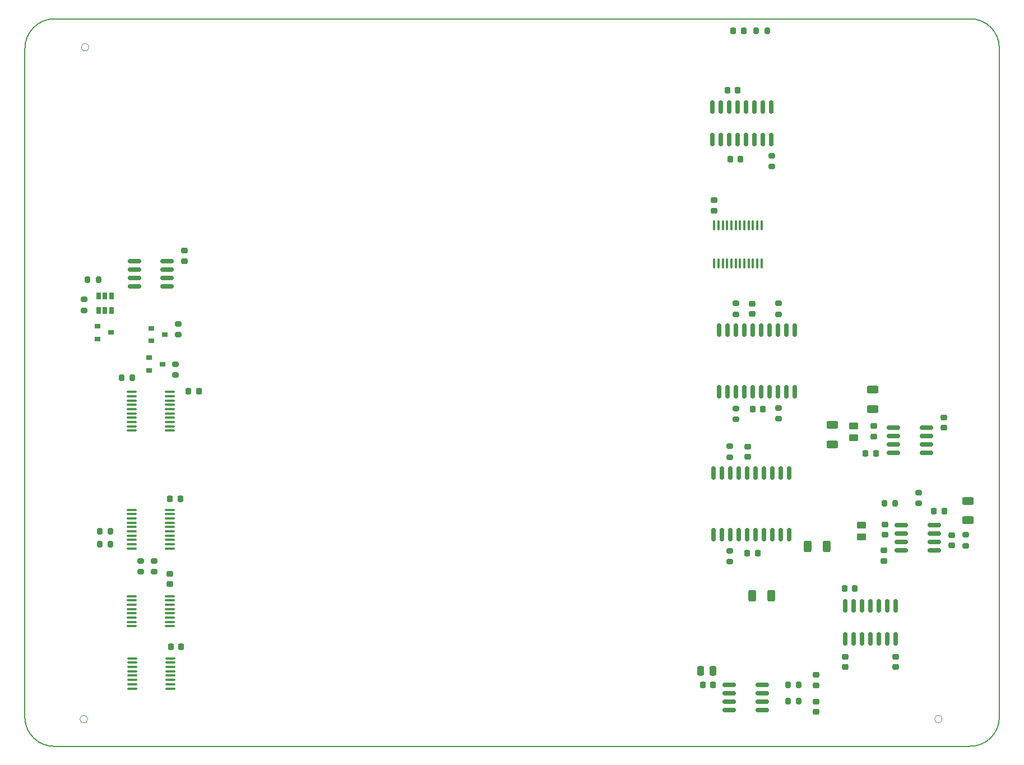
<source format=gbr>
G04 #@! TF.GenerationSoftware,KiCad,Pcbnew,(6.0.7-1)-1*
G04 #@! TF.CreationDate,2022-08-27T22:45:58-07:00*
G04 #@! TF.ProjectId,vca_backplane,7663615f-6261-4636-9b70-6c616e652e6b,rev?*
G04 #@! TF.SameCoordinates,Original*
G04 #@! TF.FileFunction,Paste,Top*
G04 #@! TF.FilePolarity,Positive*
%FSLAX46Y46*%
G04 Gerber Fmt 4.6, Leading zero omitted, Abs format (unit mm)*
G04 Created by KiCad (PCBNEW (6.0.7-1)-1) date 2022-08-27 22:45:58*
%MOMM*%
%LPD*%
G01*
G04 APERTURE LIST*
G04 Aperture macros list*
%AMRoundRect*
0 Rectangle with rounded corners*
0 $1 Rounding radius*
0 $2 $3 $4 $5 $6 $7 $8 $9 X,Y pos of 4 corners*
0 Add a 4 corners polygon primitive as box body*
4,1,4,$2,$3,$4,$5,$6,$7,$8,$9,$2,$3,0*
0 Add four circle primitives for the rounded corners*
1,1,$1+$1,$2,$3*
1,1,$1+$1,$4,$5*
1,1,$1+$1,$6,$7*
1,1,$1+$1,$8,$9*
0 Add four rect primitives between the rounded corners*
20,1,$1+$1,$2,$3,$4,$5,0*
20,1,$1+$1,$4,$5,$6,$7,0*
20,1,$1+$1,$6,$7,$8,$9,0*
20,1,$1+$1,$8,$9,$2,$3,0*%
G04 Aperture macros list end*
G04 #@! TA.AperFunction,Profile*
%ADD10C,0.150000*%
G04 #@! TD*
G04 #@! TA.AperFunction,Profile*
%ADD11C,0.050000*%
G04 #@! TD*
%ADD12RoundRect,0.100000X0.100000X-0.637500X0.100000X0.637500X-0.100000X0.637500X-0.100000X-0.637500X0*%
%ADD13RoundRect,0.225000X-0.250000X0.225000X-0.250000X-0.225000X0.250000X-0.225000X0.250000X0.225000X0*%
%ADD14RoundRect,0.225000X-0.225000X-0.250000X0.225000X-0.250000X0.225000X0.250000X-0.225000X0.250000X0*%
%ADD15RoundRect,0.250000X-0.250000X-0.475000X0.250000X-0.475000X0.250000X0.475000X-0.250000X0.475000X0*%
%ADD16RoundRect,0.225000X0.225000X0.250000X-0.225000X0.250000X-0.225000X-0.250000X0.225000X-0.250000X0*%
%ADD17RoundRect,0.225000X0.250000X-0.225000X0.250000X0.225000X-0.250000X0.225000X-0.250000X-0.225000X0*%
%ADD18RoundRect,0.200000X-0.275000X0.200000X-0.275000X-0.200000X0.275000X-0.200000X0.275000X0.200000X0*%
%ADD19RoundRect,0.249999X-0.625001X0.312501X-0.625001X-0.312501X0.625001X-0.312501X0.625001X0.312501X0*%
%ADD20RoundRect,0.150000X0.150000X-0.825000X0.150000X0.825000X-0.150000X0.825000X-0.150000X-0.825000X0*%
%ADD21RoundRect,0.150000X-0.825000X-0.150000X0.825000X-0.150000X0.825000X0.150000X-0.825000X0.150000X0*%
%ADD22RoundRect,0.100000X-0.637500X-0.100000X0.637500X-0.100000X0.637500X0.100000X-0.637500X0.100000X0*%
%ADD23RoundRect,0.200000X0.275000X-0.200000X0.275000X0.200000X-0.275000X0.200000X-0.275000X-0.200000X0*%
%ADD24R,0.900000X0.800000*%
%ADD25RoundRect,0.200000X0.200000X0.275000X-0.200000X0.275000X-0.200000X-0.275000X0.200000X-0.275000X0*%
%ADD26RoundRect,0.249999X-0.450001X0.262501X-0.450001X-0.262501X0.450001X-0.262501X0.450001X0.262501X0*%
%ADD27RoundRect,0.150000X0.150000X-0.875000X0.150000X0.875000X-0.150000X0.875000X-0.150000X-0.875000X0*%
%ADD28RoundRect,0.218750X0.218750X0.256250X-0.218750X0.256250X-0.218750X-0.256250X0.218750X-0.256250X0*%
%ADD29RoundRect,0.200000X-0.200000X-0.275000X0.200000X-0.275000X0.200000X0.275000X-0.200000X0.275000X0*%
%ADD30R,0.650000X1.060000*%
%ADD31RoundRect,0.250000X-0.312500X-0.625000X0.312500X-0.625000X0.312500X0.625000X-0.312500X0.625000X0*%
%ADD32RoundRect,0.150000X-0.150000X0.825000X-0.150000X-0.825000X0.150000X-0.825000X0.150000X0.825000X0*%
%ADD33RoundRect,0.250000X0.312500X0.625000X-0.312500X0.625000X-0.312500X-0.625000X0.312500X-0.625000X0*%
G04 APERTURE END LIST*
D10*
X172600001Y-143299999D02*
X34300000Y-143304543D01*
D11*
X39576000Y-37700000D02*
G75*
G03*
X39576000Y-37700000I-576000J0D01*
G01*
X39376000Y-139200000D02*
G75*
G03*
X39376000Y-139200000I-576000J0D01*
G01*
D10*
X34300000Y-33400000D02*
G75*
G03*
X29898889Y-37900000I100000J-4500000D01*
G01*
X34300000Y-33400000D02*
X172700000Y-33400000D01*
D11*
X168476000Y-139200000D02*
G75*
G03*
X168476000Y-139200000I-576000J0D01*
G01*
D10*
X29900000Y-139100000D02*
X29898889Y-37900000D01*
X177100000Y-37800000D02*
X177101135Y-138899999D01*
X172600001Y-143299999D02*
G75*
G03*
X177101135Y-138899999I99999J4399999D01*
G01*
X177100000Y-37800000D02*
G75*
G03*
X172700000Y-33400000I-4400000J0D01*
G01*
X29900000Y-139100000D02*
G75*
G03*
X34300000Y-143304543I4400000J200000D01*
G01*
D12*
X134025000Y-70362500D03*
X134675000Y-70362500D03*
X135325000Y-70362500D03*
X135975000Y-70362500D03*
X136625000Y-70362500D03*
X137275000Y-70362500D03*
X137925000Y-70362500D03*
X138575000Y-70362500D03*
X139225000Y-70362500D03*
X139875000Y-70362500D03*
X140525000Y-70362500D03*
X141175000Y-70362500D03*
X141175000Y-64637500D03*
X140525000Y-64637500D03*
X139875000Y-64637500D03*
X139225000Y-64637500D03*
X138575000Y-64637500D03*
X137925000Y-64637500D03*
X137275000Y-64637500D03*
X136625000Y-64637500D03*
X135975000Y-64637500D03*
X135325000Y-64637500D03*
X134675000Y-64637500D03*
X134025000Y-64637500D03*
D13*
X134000000Y-60825000D03*
X134000000Y-62375000D03*
D14*
X132325000Y-134000000D03*
X133875000Y-134000000D03*
D15*
X131950000Y-131900000D03*
X133850000Y-131900000D03*
D14*
X136025000Y-44200000D03*
X137575000Y-44200000D03*
X136425000Y-54600000D03*
X137975000Y-54600000D03*
D16*
X140575000Y-114100000D03*
X139025000Y-114100000D03*
D17*
X139100000Y-99575000D03*
X139100000Y-98025000D03*
D16*
X141375000Y-92400000D03*
X139825000Y-92400000D03*
D17*
X139800000Y-77975000D03*
X139800000Y-76425000D03*
D18*
X137300000Y-92275000D03*
X137300000Y-93925000D03*
X143700000Y-92175000D03*
X143700000Y-93825000D03*
D19*
X151900000Y-94737500D03*
X151900000Y-97662500D03*
X158000000Y-89437500D03*
X158000000Y-92362500D03*
D18*
X172000000Y-111375000D03*
X172000000Y-113025000D03*
D19*
X172400000Y-106237500D03*
X172400000Y-109162500D03*
D20*
X133755000Y-51675000D03*
X135025000Y-51675000D03*
X136295000Y-51675000D03*
X137565000Y-51675000D03*
X138835000Y-51675000D03*
X140105000Y-51675000D03*
X141375000Y-51675000D03*
X142645000Y-51675000D03*
X142645000Y-46725000D03*
X141375000Y-46725000D03*
X140105000Y-46725000D03*
X138835000Y-46725000D03*
X137565000Y-46725000D03*
X136295000Y-46725000D03*
X135025000Y-46725000D03*
X133755000Y-46725000D03*
D21*
X136325000Y-133995000D03*
X136325000Y-135265000D03*
X136325000Y-136535000D03*
X136325000Y-137805000D03*
X141275000Y-137805000D03*
X141275000Y-136535000D03*
X141275000Y-135265000D03*
X141275000Y-133995000D03*
D22*
X46037500Y-120625000D03*
X46037500Y-121275000D03*
X46037500Y-121925000D03*
X46037500Y-122575000D03*
X46037500Y-123225000D03*
X46037500Y-123875000D03*
X46037500Y-124525000D03*
X46037500Y-125175000D03*
X51762500Y-125175000D03*
X51762500Y-124525000D03*
X51762500Y-123875000D03*
X51762500Y-123225000D03*
X51762500Y-122575000D03*
X51762500Y-121925000D03*
X51762500Y-121275000D03*
X51762500Y-120625000D03*
X46037500Y-107575000D03*
X46037500Y-108225000D03*
X46037500Y-108875000D03*
X46037500Y-109525000D03*
X46037500Y-110175000D03*
X46037500Y-110825000D03*
X46037500Y-111475000D03*
X46037500Y-112125000D03*
X46037500Y-112775000D03*
X46037500Y-113425000D03*
X51762500Y-113425000D03*
X51762500Y-112775000D03*
X51762500Y-112125000D03*
X51762500Y-111475000D03*
X51762500Y-110825000D03*
X51762500Y-110175000D03*
X51762500Y-109525000D03*
X51762500Y-108875000D03*
X51762500Y-108225000D03*
X51762500Y-107575000D03*
D23*
X38800000Y-77425000D03*
X38800000Y-75775000D03*
D16*
X53475000Y-128300000D03*
X51925000Y-128300000D03*
X53375000Y-105900000D03*
X51825000Y-105900000D03*
X56175000Y-89700000D03*
X54625000Y-89700000D03*
D13*
X54000000Y-68425000D03*
X54000000Y-69975000D03*
X51800000Y-117225000D03*
X51800000Y-118775000D03*
D24*
X49000000Y-80150000D03*
X49000000Y-82050000D03*
X51000000Y-81100000D03*
X48700000Y-84605001D03*
X48700000Y-86505001D03*
X50700000Y-85555001D03*
D18*
X53100000Y-79475000D03*
X53100000Y-81125000D03*
D21*
X46425000Y-69995000D03*
X46425000Y-71265000D03*
X46425000Y-72535000D03*
X46425000Y-73805000D03*
X51375000Y-73805000D03*
X51375000Y-72535000D03*
X51375000Y-71265000D03*
X51375000Y-69995000D03*
D22*
X46137500Y-130025000D03*
X46137500Y-130675000D03*
X46137500Y-131325000D03*
X46137500Y-131975000D03*
X46137500Y-132625000D03*
X46137500Y-133275000D03*
X46137500Y-133925000D03*
X46137500Y-134575000D03*
X51862500Y-134575000D03*
X51862500Y-133925000D03*
X51862500Y-133275000D03*
X51862500Y-132625000D03*
X51862500Y-131975000D03*
X51862500Y-131325000D03*
X51862500Y-130675000D03*
X51862500Y-130025000D03*
X46037500Y-89775000D03*
X46037500Y-90425000D03*
X46037500Y-91075000D03*
X46037500Y-91725000D03*
X46037500Y-92375000D03*
X46037500Y-93025000D03*
X46037500Y-93675000D03*
X46037500Y-94325000D03*
X46037500Y-94975000D03*
X46037500Y-95625000D03*
X51762500Y-95625000D03*
X51762500Y-94975000D03*
X51762500Y-94325000D03*
X51762500Y-93675000D03*
X51762500Y-93025000D03*
X51762500Y-92375000D03*
X51762500Y-91725000D03*
X51762500Y-91075000D03*
X51762500Y-90425000D03*
X51762500Y-89775000D03*
D25*
X146825000Y-134050000D03*
X145175000Y-134050000D03*
X146825000Y-136500000D03*
X145175000Y-136500000D03*
D17*
X149400000Y-134075000D03*
X149400000Y-132525000D03*
X149400000Y-138075000D03*
X149400000Y-136525000D03*
D21*
X162325000Y-109895000D03*
X162325000Y-111165000D03*
X162325000Y-112435000D03*
X162325000Y-113705000D03*
X167275000Y-113705000D03*
X167275000Y-112435000D03*
X167275000Y-111165000D03*
X167275000Y-109895000D03*
D17*
X159800000Y-111375000D03*
X159800000Y-109825000D03*
X169900000Y-112975000D03*
X169900000Y-111425000D03*
D13*
X159700000Y-113725000D03*
X159700000Y-115275000D03*
D14*
X167225000Y-107800000D03*
X168775000Y-107800000D03*
D26*
X156300000Y-109887500D03*
X156300000Y-111712500D03*
D25*
X161375000Y-106550000D03*
X159725000Y-106550000D03*
D17*
X158100000Y-96475000D03*
X158100000Y-94925000D03*
D16*
X158452500Y-99047500D03*
X156902500Y-99047500D03*
D17*
X168700000Y-95175000D03*
X168700000Y-93625000D03*
D26*
X155100000Y-94887500D03*
X155100000Y-96712500D03*
D21*
X161125000Y-95195000D03*
X161125000Y-96465000D03*
X161125000Y-97735000D03*
X161125000Y-99005000D03*
X166075000Y-99005000D03*
X166075000Y-97735000D03*
X166075000Y-96465000D03*
X166075000Y-95195000D03*
D23*
X52600000Y-87225000D03*
X52600000Y-85575000D03*
D18*
X136400000Y-113775000D03*
X136400000Y-115425000D03*
D23*
X164900000Y-106625000D03*
X164900000Y-104975000D03*
D18*
X142700000Y-54075000D03*
X142700000Y-55725000D03*
D23*
X137300000Y-78025000D03*
X137300000Y-76375000D03*
D27*
X133885000Y-111350000D03*
X135155000Y-111350000D03*
X136425000Y-111350000D03*
X137695000Y-111350000D03*
X138965000Y-111350000D03*
X140235000Y-111350000D03*
X141505000Y-111350000D03*
X142775000Y-111350000D03*
X144045000Y-111350000D03*
X145315000Y-111350000D03*
X145315000Y-102050000D03*
X144045000Y-102050000D03*
X142775000Y-102050000D03*
X141505000Y-102050000D03*
X140235000Y-102050000D03*
X138965000Y-102050000D03*
X137695000Y-102050000D03*
X136425000Y-102050000D03*
X135155000Y-102050000D03*
X133885000Y-102050000D03*
D23*
X143700000Y-78025000D03*
X143700000Y-76375000D03*
X136400000Y-99625000D03*
X136400000Y-97975000D03*
D27*
X134785000Y-89750000D03*
X136055000Y-89750000D03*
X137325000Y-89750000D03*
X138595000Y-89750000D03*
X139865000Y-89750000D03*
X141135000Y-89750000D03*
X142405000Y-89750000D03*
X143675000Y-89750000D03*
X144945000Y-89750000D03*
X146215000Y-89750000D03*
X146215000Y-80450000D03*
X144945000Y-80450000D03*
X143675000Y-80450000D03*
X142405000Y-80450000D03*
X141135000Y-80450000D03*
X139865000Y-80450000D03*
X138595000Y-80450000D03*
X137325000Y-80450000D03*
X136055000Y-80450000D03*
X134785000Y-80450000D03*
D28*
X138487500Y-35200000D03*
X136912500Y-35200000D03*
D29*
X140375000Y-35200000D03*
X142025000Y-35200000D03*
D25*
X41025000Y-72800000D03*
X39375000Y-72800000D03*
D30*
X42950000Y-75300000D03*
X42000000Y-75300000D03*
X41050000Y-75300000D03*
X41050000Y-77500000D03*
X42000000Y-77500000D03*
X42950000Y-77500000D03*
D24*
X40900000Y-79850000D03*
X40900000Y-81750000D03*
X42900000Y-80800000D03*
D25*
X46125000Y-87600000D03*
X44475000Y-87600000D03*
D13*
X161450000Y-129765000D03*
X161450000Y-131315000D03*
D31*
X148137500Y-113100000D03*
X151062500Y-113100000D03*
D32*
X161410000Y-122125000D03*
X160140000Y-122125000D03*
X158870000Y-122125000D03*
X157600000Y-122125000D03*
X156330000Y-122125000D03*
X155060000Y-122125000D03*
X153790000Y-122125000D03*
X153790000Y-127075000D03*
X155060000Y-127075000D03*
X156330000Y-127075000D03*
X157600000Y-127075000D03*
X158870000Y-127075000D03*
X160140000Y-127075000D03*
X161410000Y-127075000D03*
D29*
X41175000Y-112800000D03*
X42825000Y-112800000D03*
D17*
X153850000Y-131315000D03*
X153850000Y-129765000D03*
D23*
X49400000Y-116925000D03*
X49400000Y-115275000D03*
D33*
X142662500Y-120600000D03*
X139737500Y-120600000D03*
D14*
X153725000Y-119500000D03*
X155275000Y-119500000D03*
D29*
X41175000Y-110800000D03*
X42825000Y-110800000D03*
D23*
X47400000Y-116925000D03*
X47400000Y-115275000D03*
M02*

</source>
